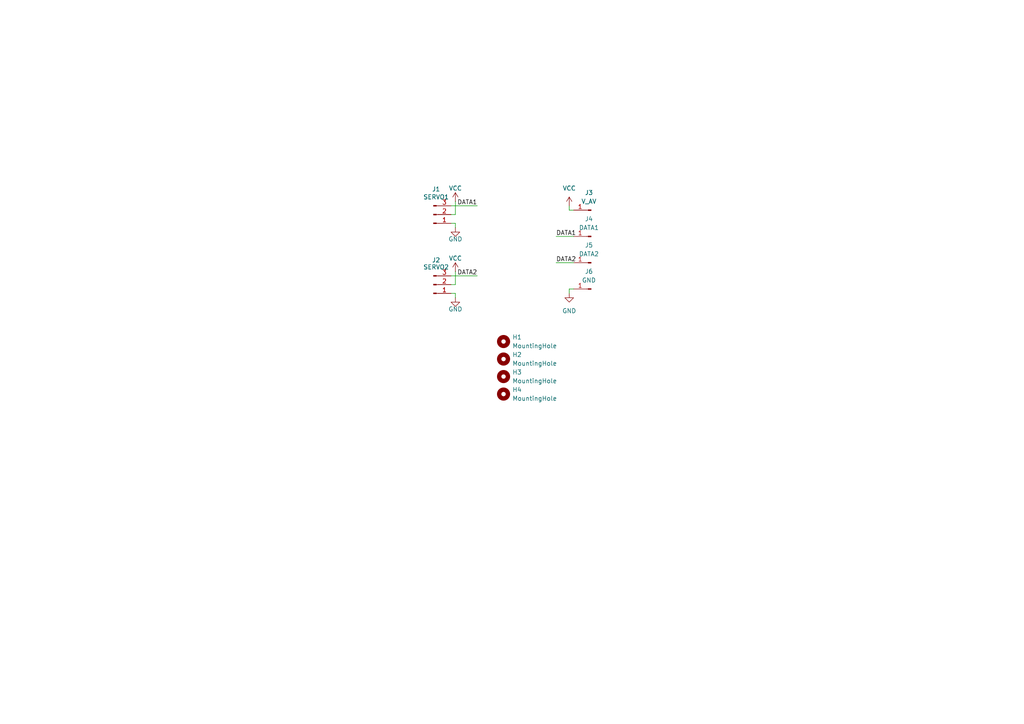
<source format=kicad_sch>
(kicad_sch (version 20250114) (generator "eeschema") (generator_version "9.0")
  (paper "A4")
  (lib_symbols
    (symbol "Connector:Conn_01x01_Pin" (pin_names (offset 1.016) (hide yes))
      (property "Reference" "J" (at 0 2.54 0))
      (property "Value" "Conn_01x01_Pin" (at 0 -2.54 0))
      (symbol "Conn_01x01_Pin_1_1"
        (rectangle (start 0.8636 0.127) (end 0 -0.127) (stroke (width 0.1524)) (fill (type outline)))
        (polyline (pts (xy 1.27 0) (xy 0.8636 0)) (stroke (width 0.1524)))
        (pin passive line (at 5.08 0 180) (length 3.81) (name "Pin_1") (number "1"))
      )
    )
    (symbol "Connector:Conn_01x03_Pin" (pin_names (offset 1.016) (hide yes))
      (property "Reference" "J" (at 0 5.08 0))
      (property "Value" "Conn_01x03_Pin" (at 0 -5.08 0))
      (symbol "Conn_01x03_Pin_1_1"
        (rectangle (start 0.8636 2.667) (end 0 2.413) (stroke (width 0.1524)) (fill (type outline)))
        (rectangle (start 0.8636 0.127) (end 0 -0.127) (stroke (width 0.1524)) (fill (type outline)))
        (rectangle (start 0.8636 -2.413) (end 0 -2.667) (stroke (width 0.1524)) (fill (type outline)))
        (polyline (pts (xy 1.27 2.54) (xy 0.8636 2.54)) (stroke (width 0.1524)))
        (polyline (pts (xy 1.27 0) (xy 0.8636 0)) (stroke (width 0.1524)))
        (polyline (pts (xy 1.27 -2.54) (xy 0.8636 -2.54)) (stroke (width 0.1524)))
        (pin passive line (at 5.08 2.54 180) (length 3.81) (name "Pin_1") (number "1"))
        (pin passive line (at 5.08 0 180) (length 3.81) (name "Pin_2") (number "2"))
        (pin passive line (at 5.08 -2.54 180) (length 3.81) (name "Pin_3") (number "3"))
      )
    )
    (symbol "Mechanical:MountingHole" (pin_names (offset 1.016)) (in_bom no)
      (property "Reference" "H" (at 0 5.08 0))
      (property "Value" "MountingHole" (at 0 3.175 0))
      (symbol "MountingHole_0_1"
        (circle (center 0 0) (radius 1.27) (stroke (width 1.27)))
      )
    )
    (symbol "power:GND" (power) (pin_numbers (hide yes)) (pin_names (offset 0) (hide yes))
      (property "Value" "GND" (at 0 -3.81 0))
      (symbol "GND_0_1"
        (polyline (pts (xy 0 0) (xy 0 -1.27) (xy 1.27 -1.27) (xy 0 -2.54) (xy -1.27 -1.27) (xy 0 -1.27)))
      )
      (symbol "GND_1_1"
        (pin power_in line (at 0 0 270) (length 0) (name "~") (number "1"))
      )
    )
    (symbol "power:VCC" (power) (pin_numbers (hide yes)) (pin_names (offset 0) (hide yes))
      (property "Value" "VCC" (at 0 3.556 0))
      (symbol "VCC_0_1"
        (polyline (pts (xy -0.762 1.27) (xy 0 2.54)))
        (polyline (pts (xy 0 2.54) (xy 0.762 1.27)))
        (polyline (pts (xy 0 0) (xy 0 2.54)))
      )
      (symbol "VCC_1_1"
        (pin power_in line (at 0 0 90) (length 0) (name "~") (number "1"))
      )
    )
  )
  (wire (pts (xy 165.1 83.82) (xy 166.37 83.82)))
  (wire (pts (xy 130.81 82.55) (xy 132.08 82.55)))
  (wire (pts (xy 132.08 64.77) (xy 132.08 66.04)))
  (wire (pts (xy 132.08 62.23) (xy 132.08 58.42)))
  (wire (pts (xy 130.81 80.01) (xy 138.43 80.01)))
  (wire (pts (xy 132.08 82.55) (xy 132.08 78.74)))
  (wire (pts (xy 165.1 85.09) (xy 165.1 83.82)))
  (wire (pts (xy 161.29 76.2) (xy 166.37 76.2)))
  (wire (pts (xy 130.81 59.69) (xy 138.43 59.69)))
  (wire (pts (xy 165.1 59.69) (xy 165.1 60.96)))
  (wire (pts (xy 130.81 62.23) (xy 132.08 62.23)))
  (wire (pts (xy 132.08 85.09) (xy 132.08 86.36)))
  (wire (pts (xy 161.29 68.58) (xy 166.37 68.58)))
  (wire (pts (xy 130.81 64.77) (xy 132.08 64.77)))
  (wire (pts (xy 130.81 85.09) (xy 132.08 85.09)))
  (wire (pts (xy 165.1 60.96) (xy 166.37 60.96)))
  (label "DATA2" (at 161.29 76.2 0))
  (label "DATA2" (at 138.43 80.01 180))
  (label "DATA1" (at 138.43 59.69 180))
  (label "DATA1" (at 161.29 68.58 0))
  (symbol (lib_id "Connector:Conn_01x01_Pin") (at 171.45 76.2 180) (unit 1)
    (property "Reference" "J5" (at 170.815 71.12 0))
    (property "Value" "DATA2" (at 170.815 73.66 0))
    (property "Footprint" "TestPoint:TestPoint_Pad_4.0x4.0mm" (effects (hide yes)))
    (property "Description" "Generic connector, single row, 01x01, script generated" (effects (hide yes)))
  )
  (symbol (lib_id "Connector:Conn_01x01_Pin") (at 171.45 68.58 180) (unit 1)
    (property "Reference" "J4" (at 170.815 63.5 0))
    (property "Value" "DATA1" (at 170.815 66.04 0))
    (property "Footprint" "TestPoint:TestPoint_Pad_4.0x4.0mm" (effects (hide yes)))
    (property "Description" "Generic connector, single row, 01x01, script generated" (effects (hide yes)))
  )
  (symbol (lib_id "power:GND") (at 132.08 86.36 0) (unit 1)
    (property "Reference" "#PWR01" (effects (hide yes)))
    (property "Value" "GND" (at 132.08 89.662 0))
    (property "Description" "Power symbol creates a global label with name \"GND\" , ground" (effects (hide yes)))
  )
  (symbol (lib_id "power:VCC") (at 165.1 59.69 0) (unit 1)
    (property "Reference" "#PWR05" (effects (hide yes)))
    (property "Value" "VCC" (at 165.1 54.61 0))
    (property "Description" "Power symbol creates a global label with name \"VCC\"" (effects (hide yes)))
  )
  (symbol (lib_id "Connector:Conn_01x01_Pin") (at 171.45 83.82 180) (unit 1)
    (property "Reference" "J6" (at 170.815 78.74 0))
    (property "Value" "GND" (at 170.815 81.28 0))
    (property "Footprint" "TestPoint:TestPoint_Pad_4.0x4.0mm" (effects (hide yes)))
    (property "Description" "Generic connector, single row, 01x01, script generated" (effects (hide yes)))
  )
  (symbol (lib_id "Mechanical:MountingHole") (at 146.05 109.22 0) (unit 1) (in_bom no)
    (property "Reference" "H3" (at 148.59 107.9499 0) (effects (justify left)))
    (property "Value" "MountingHole" (at 148.59 110.4899 0) (effects (justify left)))
    (property "Footprint" "MountingHole:MountingHole_3.2mm_M3" (effects (hide yes)))
    (property "Description" "Mounting Hole without connection" (effects (hide yes)))
  )
  (symbol (lib_id "Mechanical:MountingHole") (at 146.05 99.06 0) (unit 1) (in_bom no)
    (property "Reference" "H1" (at 148.59 97.7899 0) (effects (justify left)))
    (property "Value" "MountingHole" (at 148.59 100.3299 0) (effects (justify left)))
    (property "Footprint" "MountingHole:MountingHole_3.2mm_M3" (effects (hide yes)))
    (property "Description" "Mounting Hole without connection" (effects (hide yes)))
  )
  (symbol (lib_id "Mechanical:MountingHole") (at 146.05 104.14 0) (unit 1) (in_bom no)
    (property "Reference" "H2" (at 148.59 102.8699 0) (effects (justify left)))
    (property "Value" "MountingHole" (at 148.59 105.4099 0) (effects (justify left)))
    (property "Footprint" "MountingHole:MountingHole_3.2mm_M3" (effects (hide yes)))
    (property "Description" "Mounting Hole without connection" (effects (hide yes)))
  )
  (symbol (lib_id "power:GND") (at 132.08 66.04 0) (unit 1)
    (property "Reference" "#PWR02" (effects (hide yes)))
    (property "Value" "GND" (at 132.08 69.342 0))
    (property "Description" "Power symbol creates a global label with name \"GND\" , ground" (effects (hide yes)))
  )
  (symbol (lib_id "power:GND") (at 165.1 85.09 0) (unit 1)
    (property "Reference" "#PWR06" (effects (hide yes)))
    (property "Value" "GND" (at 165.1 90.17 0))
    (property "Description" "Power symbol creates a global label with name \"GND\" , ground" (effects (hide yes)))
  )
  (symbol (lib_id "Connector:Conn_01x03_Pin") (at 125.73 82.55 0) (mirror x) (unit 1)
    (property "Reference" "J2" (at 126.492 75.438 0))
    (property "Value" "SERVO2" (at 126.492 77.47 0))
    (property "Footprint" "Connector_PinSocket_2.54mm:PinSocket_1x03_P2.54mm_Vertical" (effects (hide yes)))
    (property "Description" "Generic connector, single row, 01x03, script generated" (effects (hide yes)))
  )
  (symbol (lib_id "power:VCC") (at 132.08 78.74 0) (unit 1)
    (property "Reference" "#PWR03" (effects (hide yes)))
    (property "Value" "VCC" (at 132.08 74.93 0))
    (property "Description" "Power symbol creates a global label with name \"VCC\"" (effects (hide yes)))
  )
  (symbol (lib_id "power:VCC") (at 132.08 58.42 0) (unit 1)
    (property "Reference" "#PWR04" (effects (hide yes)))
    (property "Value" "VCC" (at 132.08 54.61 0))
    (property "Description" "Power symbol creates a global label with name \"VCC\"" (effects (hide yes)))
  )
  (symbol (lib_id "Connector:Conn_01x01_Pin") (at 171.45 60.96 180) (unit 1)
    (property "Reference" "J3" (at 170.815 55.88 0))
    (property "Value" "V_AV" (at 170.815 58.42 0))
    (property "Footprint" "TestPoint:TestPoint_Pad_4.0x4.0mm" (effects (hide yes)))
    (property "Description" "Generic connector, single row, 01x01, script generated" (effects (hide yes)))
  )
  (symbol (lib_id "Mechanical:MountingHole") (at 146.05 114.3 0) (unit 1) (in_bom no)
    (property "Reference" "H4" (at 148.59 113.0299 0) (effects (justify left)))
    (property "Value" "MountingHole" (at 148.59 115.5699 0) (effects (justify left)))
    (property "Footprint" "MountingHole:MountingHole_3.2mm_M3" (effects (hide yes)))
    (property "Description" "Mounting Hole without connection" (effects (hide yes)))
  )
  (symbol (lib_id "Connector:Conn_01x03_Pin") (at 125.73 62.23 0) (mirror x) (unit 1)
    (property "Reference" "J1" (at 126.492 54.864 0))
    (property "Value" "SERVO1" (at 126.492 57.15 0))
    (property "Footprint" "Connector_PinSocket_2.54mm:PinSocket_1x03_P2.54mm_Vertical" (effects (hide yes)))
    (property "Description" "Generic connector, single row, 01x03, script generated" (effects (hide yes)))
  )
)
</source>
